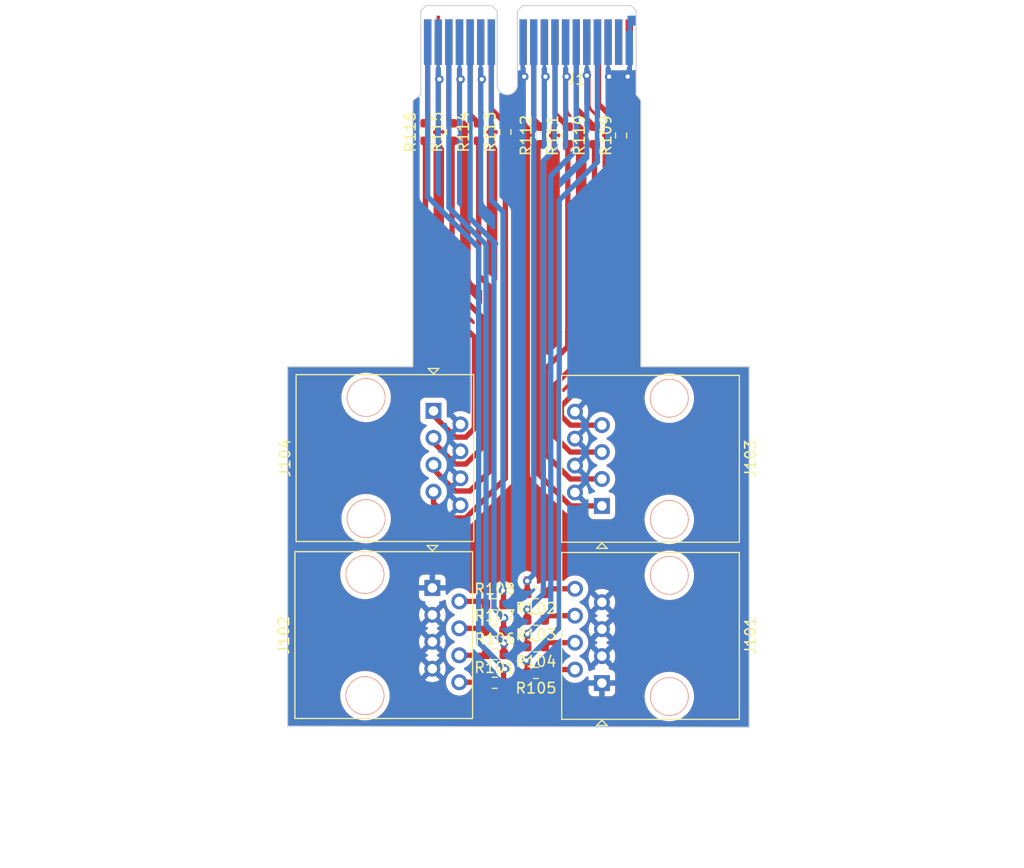
<source format=kicad_pcb>
(kicad_pcb (version 20240108) (generator "pcbnew") (generator_version "8.0")
  (layers (0 "F.Cu" signal) (1 "In1.Cu" signal) (2 "In2.Cu" signal) (31 "B.Cu" signal) (34 "B.Paste" user) (35 "F.Paste" user) (36 "B.SilkS" user "B.Silkscreen") (37 "F.SilkS" user "F.Silkscreen") (38 "B.Mask" user) (39 "F.Mask" user) (44 "Edge.Cuts" user))
  (net 0 "")
  (net 1 "Net-(J101-Pad2)")
  (net 2 "Net-(J101-Pad4)")
  (net 3 "Net-(J101-Pad8)")
  (net 4 "Net-(J101-Pad6)")
  (net 5 "Net-(J102-Pad8)")
  (net 6 "Net-(J102-Pad6)")
  (net 7 "Net-(J102-Pad2)")
  (net 8 "Net-(J102-Pad4)")
  (net 9 "GND")
  (net 12 "/a.DATA_0")
  (net 13 "/b.DATA_2")
  (net 14 "/a.DATA_2")
  (net 15 "/b.DATA_3")
  (net 16 "/a.DATA_1")
  (net 17 "/a.DATA_3")
  (net 18 "/b.DATA_1")
  (net 19 "/b.DATA_0")
  (net 20 "/c.DATA_3")
  (net 21 "/d.DATA_3")
  (net 22 "/d.DATA_2")
  (net 23 "/c.DATA_2")
  (net 24 "/c.DATA_0")
  (net 25 "/c.DATA_1")
  (net 26 "/d.DATA_1")
  (net 27 "/d.DATA_0")
  (net 28 "Net-(J1-RSVD)")
  (net 29 "Net-(J1-3.3Vaux)")
  (net 30 "Net-(J1-+3.3V-PadB8)")
  (net 31 "Net-(J1-PETp0)")
  (net 32 "Net-(J1-GND-PadB18)")
  (net 33 "Net-(J1-GND-PadB16)")
  (net 34 "Net-(J1-SMDAT)")
  (net 35 "Net-(J1-GND-PadB4)")
  (footprint "Resistor_SMD:R_0603_1608Metric" (layer "F.Cu") (at 111.605 126.4775 180)
    (property "Reference" "R105" (at 0 -1.43 360) (layer "F.SilkS"))
    (property "Value" "120")
    (fp_line (start -0.237258 0.5225) (end 0.237258 0.5225) (stroke (width 0.12)) (layer "F.SilkS"))
    (fp_line (start -0.237258 -0.5225) (end 0.237258 -0.5225) (stroke (width 0.12)) (layer "F.SilkS"))
    (pad "1" smd roundrect (at -0.825 0 180) (size 0.8 0.95) (layers "F.Cu" "F.Paste" "F.Mask") (net 1 "Net-(J101-Pad2)"))
    (pad "2" smd roundrect (at 0.825 0 180) (size 0.8 0.95) (layers "F.Cu" "F.Paste" "F.Mask") (net 15 "/b.DATA_3"))
  )
  (footprint "Resistor_SMD:R_0603_1608Metric" (layer "F.Cu") (at 117.12 75.8 90)
    (property "Reference" "R110" (at 0 -1.43 90) (layer "F.SilkS"))
    (property "Value" "120")
    (fp_line (start -0.237258 -0.5225) (end 0.237258 -0.5225) (stroke (width 0.12)) (layer "F.SilkS"))
    (fp_line (start -0.237258 0.5225) (end 0.237258 0.5225) (stroke (width 0.12)) (layer "F.SilkS"))
    (pad "1" smd roundrect (at -0.825 0 90) (size 0.8 0.95) (layers "F.Cu" "F.Paste" "F.Mask") (net 25 "/c.DATA_1"))
    (pad "2" smd roundrect (at 0.825 0 90) (size 0.8 0.95) (layers "F.Cu" "F.Paste" "F.Mask") (net 34 "Net-(J1-SMDAT)"))
  )
  (footprint "Connector_RJ:RJ45_OST_PJ012-8P8CX_Vertical" (layer "F.Cu") (at 101.84 118.46 -90)
    (property "Reference" "J102" (at 4.45 14 90) (layer "F.SilkS"))
    (property "Value" "RJHSE-5380")
    (fp_line (start 12.31 12.95) (end -3.42 12.95) (stroke (width 0.12)) (layer "F.SilkS"))
    (fp_line (start -4 0.5) (end -3.5 0) (stroke (width 0.12)) (layer "F.SilkS"))
    (fp_line (start -3.5 0) (end -4 -0.5) (stroke (width 0.12)) (layer "F.SilkS"))
    (fp_line (start -4 -0.5) (end -4 0.5) (stroke (width 0.12)) (layer "F.SilkS"))
    (fp_line (start -3.42 -3.79) (end -3.42 12.95) (stroke (width 0.12)) (layer "F.SilkS"))
    (fp_line (start 12.3 -3.79) (end -3.42 -3.79) (stroke (width 0.12)) (layer "F.SilkS"))
    (fp_line (start 12.31 -3.79) (end 12.31 12.95) (stroke (width 0.12)) (layer "F.SilkS"))
    (pad "" np_thru_hole circle (at -1.27 6.35 270) (size 3.65 3.65) (drill 3.45) (layers "*.Cu" "*.SilkS" "*.Mask"))
    (pad "" np_thru_hole circle (at 10.16 6.35 270) (size 3.65 3.65) (drill 3.45) (layers "*.Cu" "*.SilkS" "*.Mask"))
    (pad "1" thru_hole rect (at 0 0 270) (size 1.5 1.5) (drill 0.9) (layers "*.Cu" "*.Mask") (net 9 "GND"))
    (pad "2" thru_hole circle (at 1.27 -2.54 270) (size 1.5 1.5) (drill 0.9) (layers "*.Cu" "*.Mask") (net 7 "Net-(J102-Pad2)"))
    (pad "3" thru_hole circle (at 2.54 0 270) (size 1.5 1.5) (drill 0.9) (layers "*.Cu" "*.Mask") (net 9 "GND"))
    (pad "4" thru_hole circle (at 3.81 -2.54 270) (size 1.5 1.5) (drill 0.9) (layers "*.Cu" "*.Mask") (net 8 "Net-(J102-Pad4)"))
    (pad "5" thru_hole circle (at 5.08 0 270) (size 1.5 1.5) (drill 0.9) (layers "*.Cu" "*.Mask") (net 9 "GND"))
    (pad "6" thru_hole circle (at 6.35 -2.54 270) (size 1.5 1.5) (drill 0.9) (layers "*.Cu" "*.Mask") (net 6 "Net-(J102-Pad6)"))
    (pad "7" thru_hole circle (at 7.62 0 270) (size 1.5 1.5) (drill 0.9) (layers "*.Cu" "*.Mask") (net 9 "GND"))
    (pad "8" thru_hole circle (at 8.89 -2.54 270) (size 1.5 1.5) (drill 0.9) (layers "*.Cu" "*.Mask") (net 5 "Net-(J102-Pad8)"))
  )
  (footprint "Resistor_SMD:R_0603_1608Metric" (layer "F.Cu") (at 111.605 118.9475 180)
    (property "Reference" "R102" (at 0 -1.43 360) (layer "F.SilkS"))
    (property "Value" "120")
    (fp_line (start -0.237258 0.5225) (end 0.237258 0.5225) (stroke (width 0.12)) (layer "F.SilkS"))
    (fp_line (start -0.237258 -0.5225) (end 0.237258 -0.5225) (stroke (width 0.12)) (layer "F.SilkS"))
    (pad "1" smd roundrect (at -0.825 0 180) (size 0.8 0.95) (layers "F.Cu" "F.Paste" "F.Mask") (net 3 "Net-(J101-Pad8)"))
    (pad "2" smd roundrect (at 0.825 0 180) (size 0.8 0.95) (layers "F.Cu" "F.Paste" "F.Mask") (net 19 "/b.DATA_0"))
  )
  (footprint "Resistor_SMD:R_0603_1608Metric" (layer "F.Cu") (at 106.21 75.475 90)
    (property "Reference" "R114" (at 0 -1.43 90) (layer "F.SilkS"))
    (property "Value" "120")
    (fp_line (start -0.237258 -0.5225) (end 0.237258 -0.5225) (stroke (width 0.12)) (layer "F.SilkS"))
    (fp_line (start -0.237258 0.5225) (end 0.237258 0.5225) (stroke (width 0.12)) (layer "F.SilkS"))
    (pad "1" smd roundrect (at -0.825 0 90) (size 0.8 0.95) (layers "F.Cu" "F.Paste" "F.Mask") (net 26 "/d.DATA_1"))
    (pad "2" smd roundrect (at 0.825 0 90) (size 0.8 0.95) (layers "F.Cu" "F.Paste" "F.Mask") (net 31 "Net-(J1-PETp0)"))
  )
  (footprint "Resistor_SMD:R_0603_1608Metric" (layer "F.Cu") (at 111.605 123.9675 180)
    (property "Reference" "R104" (at 0 -1.43 360) (layer "F.SilkS"))
    (property "Value" "120")
    (fp_line (start -0.237258 0.5225) (end 0.237258 0.5225) (stroke (width 0.12)) (layer "F.SilkS"))
    (fp_line (start -0.237258 -0.5225) (end 0.237258 -0.5225) (stroke (width 0.12)) (layer "F.SilkS"))
    (pad "1" smd roundrect (at -0.825 0 180) (size 0.8 0.95) (layers "F.Cu" "F.Paste" "F.Mask") (net 2 "Net-(J101-Pad4)"))
    (pad "2" smd roundrect (at 0.825 0 180) (size 0.8 0.95) (layers "F.Cu" "F.Paste" "F.Mask") (net 13 "/b.DATA_2"))
  )
  (footprint "Connector_RJ:RJ45_OST_PJ012-8P8CX_Vertical" (layer "F.Cu") (at 117.82 127.4275 90)
    (property "Reference" "J101" (at 4.45 14 90) (layer "F.SilkS"))
    (property "Value" "RJHSE-5380")
    (fp_line (start 12.31 -3.79) (end 12.31 12.95) (stroke (width 0.12)) (layer "F.SilkS"))
    (fp_line (start 12.3 -3.79) (end -3.42 -3.79) (stroke (width 0.12)) (layer "F.SilkS"))
    (fp_line (start -3.42 -3.79) (end -3.42 12.95) (stroke (width 0.12)) (layer "F.SilkS"))
    (fp_line (start -4 -0.5) (end -4 0.5) (stroke (width 0.12)) (layer "F.SilkS"))
    (fp_line (start -3.5 0) (end -4 -0.5) (stroke (width 0.12)) (layer "F.SilkS"))
    (fp_line (start -4 0.5) (end -3.5 0) (stroke (width 0.12)) (layer "F.SilkS"))
    (fp_line (start 12.31 12.95) (end -3.42 12.95) (stroke (width 0.12)) (layer "F.SilkS"))
    (pad "" np_thru_hole circle (at -1.27 6.35 90) (size 3.65 3.65) (drill 3.45) (layers "*.Cu" "*.SilkS" "*.Mask"))
    (pad "" np_thru_hole circle (at 10.16 6.35 90) (size 3.65 3.65) (drill 3.45) (layers "*.Cu" "*.SilkS" "*.Mask"))
    (pad "1" thru_hole rect (at 0 0 90) (size 1.5 1.5) (drill 0.9) (layers "*.Cu" "*.Mask") (net 9 "GND"))
    (pad "2" thru_hole circle (at 1.27 -2.54 90) (size 1.5 1.5) (drill 0.9) (layers "*.Cu" "*.Mask") (net 1 "Net-(J101-Pad2)"))
    (pad "3" thru_hole circle (at 2.54 0 90) (size 1.5 1.5) (drill 0.9) (layers "*.Cu" "*.Mask") (net 9 "GND"))
    (pad "4" thru_hole circle (at 3.81 -2.54 90) (size 1.5 1.5) (drill 0.9) (layers "*.Cu" "*.Mask") (net 2 "Net-(J101-Pad4)"))
    (pad "5" thru_hole circle (at 5.08 0 90) (size 1.5 1.5) (drill 0.9) (layers "*.Cu" "*.Mask") (net 9 "GND"))
    (pad "6" thru_hole circle (at 6.35 -2.54 90) (size 1.5 1.5) (drill 0.9) (layers "*.Cu" "*.Mask") (net 4 "Net-(J101-Pad6)"))
    (pad "7" thru_hole circle (at 7.62 0 90) (size 1.5 1.5) (drill 0.9) (layers "*.Cu" "*.Mask") (net 9 "GND"))
    (pad "8" thru_hole circle (at 8.89 -2.54 90) (size 1.5 1.5) (drill 0.9) (layers "*.Cu" "*.Mask") (net 3 "Net-(J101-Pad8)"))
  )
  (footprint "Resistor_SMD:R_0603_1608Metric" (layer "F.Cu") (at 114.61 75.8 90)
    (property "Reference" "R111" (at 0 -1.43 90) (layer "F.SilkS"))
    (property "Value" "120")
    (fp_line (start -0.237258 -0.5225) (end 0.237258 -0.5225) (stroke (width 0.12)) (layer "F.SilkS"))
    (fp_line (start -0.237258 0.5225) (end 0.237258 0.5225) (stroke (width 0.12)) (layer "F.SilkS"))
    (pad "1" smd roundrect (at -0.825 0 90) (size 0.8 0.95) (layers "F.Cu" "F.Paste" "F.Mask") (net 23 "/c.DATA_2"))
    (pad "2" smd roundrect (at 0.825 0 90) (size 0.8 0.95) (layers "F.Cu" "F.Paste" "F.Mask") (net 30 "Net-(J1-+3.3V-PadB8)"))
  )
  (footprint "Resistor_SMD:R_0603_1608Metric" (layer "F.Cu") (at 107.725 122.51)
    (property "Reference" "R107" (at 0 -1.43 360) (layer "F.SilkS"))
    (property "Value" "120")
    (fp_line (start -0.237258 -0.5225) (end 0.237258 -0.5225) (stroke (width 0.12)) (layer "F.SilkS"))
    (fp_line (start -0.237258 0.5225) (end 0.237258 0.5225) (stroke (width 0.12)) (layer "F.SilkS"))
    (pad "1" smd roundrect (at -0.825 0) (size 0.8 0.95) (layers "F.Cu" "F.Paste" "F.Mask") (net 8 "Net-(J102-Pad4)"))
    (pad "2" smd roundrect (at 0.825 0) (size 0.8 0.95) (layers "F.Cu" "F.Paste" "F.Mask") (net 14 "/a.DATA_2"))
  )
  (footprint "Resistor_SMD:R_0603_1608Metric" (layer "F.Cu") (at 107.75 124.7)
    (property "Reference" "R106" (at 0 -1.43 360) (layer "F.SilkS"))
    (property "Value" "120")
    (fp_line (start -0.237258 -0.5225) (end 0.237258 -0.5225) (stroke (width 0.12)) (layer "F.SilkS"))
    (fp_line (start -0.237258 0.5225) (end 0.237258 0.5225) (stroke (width 0.12)) (layer "F.SilkS"))
    (pad "1" smd roundrect (at -0.825 0) (size 0.8 0.95) (layers "F.Cu" "F.Paste" "F.Mask") (net 6 "Net-(J102-Pad6)"))
    (pad "2" smd roundrect (at 0.825 0) (size 0.8 0.95) (layers "F.Cu" "F.Paste" "F.Mask") (net 16 "/a.DATA_1"))
  )
  (footprint "Resistor_SMD:R_0603_1608Metric" (layer "F.Cu") (at 111.605 121.4575 180)
    (property "Reference" "R103" (at 0 -1.43 360) (layer "F.SilkS"))
    (property "Value" "120")
    (fp_line (start -0.237258 0.5225) (end 0.237258 0.5225) (stroke (width 0.12)) (layer "F.SilkS"))
    (fp_line (start -0.237258 -0.5225) (end 0.237258 -0.5225) (stroke (width 0.12)) (layer "F.SilkS"))
    (pad "1" smd roundrect (at -0.825 0 180) (size 0.8 0.95) (layers "F.Cu" "F.Paste" "F.Mask") (net 4 "Net-(J101-Pad6)"))
    (pad "2" smd roundrect (at 0.825 0 180) (size 0.8 0.95) (layers "F.Cu" "F.Paste" "F.Mask") (net 18 "/b.DATA_1"))
  )
  (footprint "Connector_RJ:RJ45_OST_PJ012-8P8CX_Vertical" (layer "F.Cu") (at 117.82 110.7275 90)
    (property "Reference" "J103" (at 4.45 14 90) (layer "F.SilkS"))
    (property "Value" "RJHSE-5380")
    (fp_line (start 12.31 -3.79) (end 12.31 12.95) (stroke (width 0.12)) (layer "F.SilkS"))
    (fp_line (start 12.3 -3.79) (end -3.42 -3.79) (stroke (width 0.12)) (layer "F.SilkS"))
    (fp_line (start -3.42 -3.79) (end -3.42 12.95) (stroke (width 0.12)) (layer "F.SilkS"))
    (fp_line (start -4 -0.5) (end -4 0.5) (stroke (width 0.12)) (layer "F.SilkS"))
    (fp_line (start -3.5 0) (end -4 -0.5) (stroke (width 0.12)) (layer "F.SilkS"))
    (fp_line (start -4 0.5) (end -3.5 0) (stroke (width 0.12)) (layer "F.SilkS"))
    (fp_line (start 12.31 12.95) (end -3.42 12.95) (stroke (width 0.12)) (layer "F.SilkS"))
    (pad "" np_thru_hole circle (at -1.27 6.35 90) (size 3.65 3.65) (drill 3.45) (layers "*.Cu" "*.SilkS" "*.Mask"))
    (pad "" np_thru_hole circle (at 10.16 6.35 90) (size 3.65 3.65) (drill 3.45) (layers "*.Cu" "*.SilkS" "*.Mask"))
    (pad "1" thru_hole rect (at 0 0 90) (size 1.5 1.5) (drill 0.9) (layers "*.Cu" "*.Mask") (net 20 "/c.DATA_3"))
    (pad "2" thru_hole circle (at 1.27 -2.54 90) (size 1.5 1.5) (drill 0.9) (layers "*.Cu" "*.Mask") (net 9 "GND"))
    (pad "3" thru_hole circle (at 2.54 0 90) (size 1.5 1.5) (drill 0.9) (layers "*.Cu" "*.Mask") (net 23 "/c.DATA_2"))
    (pad "4" thru_hole circle (at 3.81 -2.54 90) (size 1.5 1.5) (drill 0.9) (layers "*.Cu" "*.Mask") (net 9 "GND"))
    (pad "5" thru_hole circle (at 5.08 0 90) (size 1.5 1.5) (drill 0.9) (layers "*.Cu" "*.Mask") (net 25 "/c.DATA_1"))
    (pad "6" thru_hole circle (at 6.35 -2.54 90) (size 1.5 1.5) (drill 0.9) (layers "*.Cu" "*.Mask") (net 9 "GND"))
    (pad "7" thru_hole circle (at 7.62 0 90) (size 1.5 1.5) (drill 0.9) (layers "*.Cu" "*.Mask") (net 24 "/c.DATA_0"))
    (pad "8" thru_hole circle (at 8.89 -2.54 90) (size 1.5 1.5) (drill 0.9) (layers "*.Cu" "*.Mask") (net 9 "GND"))
  )
  (footprint "Resistor_SMD:R_0603_1608Metric" (layer "F.Cu") (at 101.19 75.475 90)
    (property "Reference" "R116" (at 0 -1.43 90) (layer "F.SilkS"))
    (property "Value" "120")
    (fp_line (start -0.237258 -0.5225) (end 0.237258 -0.5225) (stroke (width 0.12)) (layer "F.SilkS"))
    (fp_line (start -0.237258 0.5225) (end 0.237258 0.5225) (stroke (width 0.12)) (layer "F.SilkS"))
    (pad "1" smd roundrect (at -0.825 0 90) (size 0.8 0.95) (layers "F.Cu" "F.Paste" "F.Mask") (net 21 "/d.DATA_3"))
    (pad "2" smd roundrect (at 0.825 0 90) (size 0.8 0.95) (layers "F.Cu" "F.Paste" "F.Mask") (net 32 "Net-(J1-GND-PadB18)"))
  )
  (footprint "Resistor_SMD:R_0603_1608Metric" (layer "F.Cu") (at 112.1 75.8 90)
    (property "Reference" "R112" (at 0 -1.43 90) (layer "F.SilkS"))
    (property "Value" "120")
    (fp_line (start -0.237258 -0.5225) (end 0.237258 -0.5225) (stroke (width 0.12)) (layer "F.SilkS"))
    (fp_line (start -0.237258 0.5225) (end 0.237258 0.5225) (stroke (width 0.12)) (layer "F.SilkS"))
    (pad "1" smd roundrect (at -0.825 0 90) (size 0.8 0.95) (layers "F.Cu" "F.Paste" "F.Mask") (net 20 "/c.DATA_3"))
    (pad "2" smd roundrect (at 0.825 0 90) (size 0.8 0.95) (layers "F.Cu" "F.Paste" "F.Mask") (net 29 "Net-(J1-3.3Vaux)"))
  )
  (footprint "Resistor_SMD:R_0603_1608Metric" (layer "F.Cu") (at 108.72 75.475 90)
    (property "Reference" "R113" (at 0 -1.43 90) (layer "F.SilkS"))
    (property "Value" "120")
    (fp_line (start -0.237258 -0.5225) (end 0.237258 -0.5225) (stroke (width 0.12)) (layer "F.SilkS"))
    (fp_line (start -0.237258 0.5225) (end 0.237258 0.5225) (stroke (width 0.12)) (layer "F.SilkS"))
    (pad "1" smd roundrect (at -0.825 0 90) (size 0.8 0.95) (layers "F.Cu" "F.Paste" "F.Mask") (net 27 "/d.DATA_0"))
    (pad "2" smd roundrect (at 0.825 0 90) (size 0.8 0.95) (layers "F.Cu" "F.Paste" "F.Mask") (net 28 "Net-(J1-RSVD)"))
  )
  (footprint "Resistor_SMD:R_0603_1608Metric" (layer "F.Cu") (at 103.7 75.475 90)
    (property "Reference" "R115" (at 0 -1.43 90) (layer "F.SilkS"))
    (property "Value" "120")
    (fp_line (start -0.237258 -0.5225) (end 0.237258 -0.5225) (stroke (width 0.12)) (layer "F.SilkS"))
    (fp_line (start -0.237258 0.5225) (end 0.237258 0.5225) (stroke (width 0.12)) (layer "F.SilkS"))
    (pad "1" smd roundrect (at -0.825 0 90) (size 0.8 0.95) (layers "F.Cu" "F.Paste" "F.Mask") (net 22 "/d.DATA_2"))
    (pad "2" smd roundrect (at 0.825 0 90) (size 0.8 0.95) (layers "F.Cu" "F.Paste" "F.Mask") (net 33 "Net-(J1-GND-PadB16)"))
  )
  (footprint "Connector_PCBEdge:BUS_PCIexpress_x1" (layer "F.Cu") (at 120.4 67 180)
    (property "Reference" "J1" (at 5 -3.5 0) (layer "F.SilkS"))
    (property "Value" "Bus_PCI_Express_x1")
    (fp_line (start 19.65 2.95) (end 19.15 3.45) (stroke (width 0.1)) (layer "Edge.Cuts"))
    (fp_line (start 19.65 -4.95) (end 19.65 2.95) (stroke (width 0.1)) (layer "Edge.Cuts"))
    (fp_line (start 12.95 3.45) (end 19.15 3.45) (stroke (width 0.1)) (layer "Edge.Cuts"))
    (fp_line (start 12.45 2.95) (end 12.95 3.45) (stroke (width 0.1)) (layer "Edge.Cuts"))
    (fp_line (start 12.45 -4) (end 12.45 2.95) (stroke (width 0.1)) (layer "Edge.Cuts"))
    (fp_line (start 10.55 2.95) (end 10.05 3.45) (stroke (width 0.1)) (layer "Edge.Cuts"))
    (fp_line (start 10.55 -4) (end 10.55 2.95) (stroke (width 0.1)) (layer "Edge.Cuts"))
    (fp_line (start -0.15 3.45) (end 10.05 3.45) (stroke (width 0.1)) (layer "Edge.Cuts"))
    (fp_line (start -0.65 2.95) (end -0.15 3.45) (stroke (width 0.1)) (layer "Edge.Cuts"))
    (fp_line (start -0.65 -4.95) (end -0.65 2.95) (stroke (width 0.1)) (layer "Edge.Cuts"))
    (fp_arc (start 10.55 -4) (mid 11.5 -4.95) (end 12.45 -4) (stroke (width 0.1)) (layer "Edge.Cuts"))
    (pad "A1" connect rect (at 0 -0.55 180) (size 0.7 3.2) (layers "B.Cu" "B.Mask") (net 9 "GND"))
    (pad "A2" connect rect (at 1 0 180) (size 0.7 4.3) (layers "B.Cu" "B.Mask"))
    (pad "A3" connect rect (at 2 0 180) (size 0.7 4.3) (layers "B.Cu" "B.Mask") (net 9 "GND"))
    (pad "A4" connect rect (at 3 0 180) (size 0.7 4.3) (layers "B.Cu" "B.Mask") (net 15 "/b.DATA_3"))
    (pad "A5" connect rect (at 4 0 180) (size 0.7 4.3) (layers "B.Cu" "B.Mask") (net 9 "GND"))
    (pad "A6" connect rect (at 5 0 180) (size 0.7 4.3) (layers "B.Cu" "B.Mask") (net 13 "/b.DATA_2"))
    (pad "A7" connect rect (at 6 0 180) (size 0.7 4.3) (layers "B.Cu" "B.Mask") (net 9 "GND"))
    (pad "A8" connect rect (at 7 0 180) (size 0.7 4.3) (layers "B.Cu" "B.Mask") (net 18 "/b.DATA_1"))
    (pad "A9" connect rect (at 8 0 180) (size 0.7 4.3) (layers "B.Cu" "B.Mask") (net 9 "GND"))
    (pad "A10" connect rect (at 9 0 180) (size 0.7 4.3) (layers "B.Cu" "B.Mask") (net 19 "/b.DATA_0"))
    (pad "A11" connect rect (at 10 0 180) (size 0.7 4.3) (layers "B.Cu" "B.Mask") (net 9 "GND"))
    (pad "A12" connect rect (at 13 0 180) (size 0.7 4.3) (layers "B.Cu" "B.Mask") (net 17 "/a.DATA_3"))
    (pad "A13" connect rect (at 14 0 180) (size 0.7 4.3) (layers "B.Cu" "B.Mask") (net 9 "GND"))
    (pad "A14" connect rect (at 15 0 180) (size 0.7 4.3) (layers "B.Cu" "B.Mask") (net 14 "/a.DATA_2"))
    (pad "A15" connect rect (at 16 0 180) (size 0.7 4.3) (layers "B.Cu" "B.Mask") (net 9 "GND"))
    (pad "A16" connect rect (at 17 0 180) (size 0.7 4.3) (layers "B.Cu" "B.Mask") (net 16 "/a.DATA_1"))
    (pad "A17" connect rect (at 18 0 180) (size 0.7 4.3) (layers "B.Cu" "B.Mask") (net 9 "GND"))
    (pad "A18" connect rect (at 19 0 180) (size 0.7 4.3) (layers "B.Cu" "B.Mask") (net 12 "/a.DATA_0"))
    (pad "B1" connect rect (at 0 0 180) (size 0.7 4.3) (layers "F.Cu" "F.Mask") (net 9 "GND"))
    (pad "B2" connect rect (at 1 0 180) (size 0.7 4.3) (layers "F.Cu" "F.Mask"))
    (pad "B3" connect rect (at 2 0 180) (size 0.7 4.3) (layers "F.Cu" "F.Mask") (net 9 "GND"))
    (pad "B4" connect rect (at 3 0 180) (size 0.7 4.3) (layers "F.Cu" "F.Mask") (net 35 "Net-(J1-GND-PadB4)"))
    (pad "B5" connect rect (at 4 0 180) (size 0.7 4.3) (layers "F.Cu" "F.Mask") (net 9 "GND"))
    (pad "B6" connect rect (at 5 0 180) (size 0.7 4.3) (layers "F.Cu" "F.Mask") (net 34 "Net-(J1-SMDAT)"))
    (pad "B7" connect rect (at 6 0 180) (size 0.7 4.3) (layers "F.Cu" "F.Mask") (net 9 "GND"))
    (pad "B8" connect rect (at 7 0 180) (size 0.7 4.3) (layers "F.Cu" "F.Mask") (net 30 "Net-(J1-+3.3V-PadB8)"))
    (pad "B9" connect rect (at 8 0 180) (size 0.7 4.3) (layers "F.Cu" "F.Mask") (net 9 "GND"))
    (pad "B10" connect rect (at 9 0 180) (size 0.7 4.3) (layers "F.Cu" "F.Mask") (net 29 "Net-(J1-3.3Vaux)"))
    (pad "B11" connect rect (at 10 0 180) (size 0.7 4.3) (layers "F.Cu" "F.Mask") (net 9 "GND"))
    (pad "B12" connect rect (at 13 0 180) (size 0.7 4.3) (layers "F.Cu" "F.Mask") (net 28 "Net-(J1-RSVD)"))
    (pad "B13" connect rect (at 14 0 180) (size 0.7 4.3) (layers "F.Cu" "F.Mask") (net 9 "GND"))
    (pad "B14" connect rect (at 15 0 180) (size 0.7 4.3) (layers "F.Cu" "F.Mask") (net 31 "Net-(J1-PETp0)"))
    (pad "B15" connect rect (at 16 0 180) (size 0.7 4.3) (layers "F.Cu" "F.Mask") (net 9 "GND"))
    (pad "B16" connect rect (at 17 0 180) (size 0.7 4.3) (layers "F.Cu" "F.Mask") (net 33 "Net-(J1-GND-PadB16)"))
    (pad "B17" connect rect (at 18 -0.55 180) (size 0.7 3.2) (layers "F.Cu" "F.Mask") (net 9 "GND"))
    (pad "B18" connect rect (at 19 0 180) (size 0.7 4.3) (layers "F.Cu" "F.Mask") (net 32 "Net-(J1-GND-PadB18)"))
  )
  (footprint "Resistor_SMD:R_0603_1608Metric" (layer "F.Cu") (at 107.725 127.4)
    (property "Reference" "R101" (at 0 -1.43 360) (layer "F.SilkS"))
    (property "Value" "120")
    (fp_line (start -0.237258 -0.5225) (end 0.237258 -0.5225) (stroke (width 0.12)) (layer "F.SilkS"))
    (fp_line (start -0.237258 0.5225) (end 0.237258 0.5225) (stroke (width 0.12)) (layer "F.SilkS"))
    (pad "1" smd roundrect (at -0.825 0) (size 0.8 0.95) (layers "F.Cu" "F.Paste" "F.Mask") (net 5 "Net-(J102-Pad8)"))
    (pad "2" smd roundrect (at 0.825 0) (size 0.8 0.95) (layers "F.Cu" "F.Paste" "F.Mask") (net 12 "/a.DATA_0"))
  )
  (footprint "Resistor_SMD:R_0603_1608Metric" (layer "F.Cu") (at 119.63 75.8 90)
    (property "Reference" "R109" (at 0 -1.43 90) (layer "F.SilkS"))
    (property "Value" "120")
    (fp_line (start -0.237258 -0.5225) (end 0.237258 -0.5225) (stroke (width 0.12)) (layer "F.SilkS"))
    (fp_line (start -0.237258 0.5225) (end 0.237258 0.5225) (stroke (width 0.12)) (layer "F.SilkS"))
    (pad "1" smd roundrect (at -0.825 0 90) (size 0.8 0.95) (layers "F.Cu" "F.Paste" "F.Mask") (net 24 "/c.DATA_0"))
    (pad "2" smd roundrect (at 0.825 0 90) (size 0.8 0.95) (layers "F.Cu" "F.Paste" "F.Mask") (net 35 "Net-(J1-GND-PadB4)"))
  )
  (footprint "Resistor_SMD:R_0603_1608Metric" (layer "F.Cu") (at 107.725 120)
    (property "Reference" "R108" (at 0 -1.43 360) (layer "F.SilkS"))
    (property "Value" "120")
    (fp_line (start -0.237258 -0.5225) (end 0.237258 -0.5225) (stroke (width 0.12)) (layer "F.SilkS"))
    (fp_line (start -0.237258 0.5225) (end 0.237258 0.5225) (stroke (width 0.12)) (layer "F.SilkS"))
    (pad "1" smd roundrect (at -0.825 0) (size 0.8 0.95) (layers "F.Cu" "F.Paste" "F.Mask") (net 7 "Net-(J102-Pad2)"))
    (pad "2" smd roundrect (at 0.825 0) (size 0.8 0.95) (layers "F.Cu" "F.Paste" "F.Mask") (net 17 "/a.DATA_3"))
  )
  (footprint "Connector_RJ:RJ45_OST_PJ012-8P8CX_Vertical" (layer "F.Cu") (at 101.95 101.77 -90)
    (property "Reference" "J104" (at 4.45 14 90) (layer "F.SilkS"))
    (property "Value" "RJHSE-5380")
    (fp_line (start 12.31 12.95) (end -3.42 12.95) (stroke (width 0.12)) (layer "F.SilkS"))
    (fp_line (start -4 0.5) (end -3.5 0) (stroke (width 0.12)) (layer "F.SilkS"))
    (fp_line (start -3.5 0) (end -4 -0.5) (stroke (width 0.12)) (layer "F.SilkS"))
    (fp_line (start -4 -0.5) (end -4 0.5) (stroke (width 0.12)) (layer "F.SilkS"))
    (fp_line (start -3.42 -3.79) (end -3.42 12.95) (stroke (width 0.12)) (layer "F.SilkS"))
    (fp_line (start 12.3 -3.79) (end -3.42 -3.79) (stroke (width 0.12)) (layer "F.SilkS"))
    (fp_line (start 12.31 -3.79) (end 12.31 12.95) (stroke (width 0.12)) (layer "F.SilkS"))
    (pad "" np_thru_hole circle (at -1.27 6.35 270) (size 3.65 3.65) (drill 3.45) (layers "*.Cu" "*.SilkS" "*.Mask"))
    (pad "" np_thru_hole circle (at 10.16 6.35 270) (size 3.65 3.65) (drill 3.45) (layers "*.Cu" "*.SilkS" "*.Mask"))
    (pad "1" thru_hole rect (at 0 0 270) (size 1.5 1.5) (drill 0.9) (layers "*.Cu" "*.Mask") (net 21 "/d.DATA_3"))
    (pad "2" thru_hole circle (at 1.27 -2.54 270) (size 1.5 1.5) (drill 0.9) (layers "*.Cu" "*.Mask") (net 9 "GND"))
    (pad "3" thru_hole circle (at 2.54 0 270) (size 1.5 1.5) (drill 0.9) (layers "*.Cu" "*.Mask") (net 22 "/d.DATA_2"))
    (pad "4" thru_hole circle (at 3.81 -2.54 270) (size 1.5 1.5) (drill 0.9) (layers "*.Cu" "*.Mask") (net 9 "GND"))
    (pad "5" thru_hole circle (at 5.08 0 270) (size 1.5 1.5) (drill 0.9) (layers "*.Cu" "*.Mask") (net 26 "/d.DATA_1"))
    (pad "6" thru_hole circle (at 6.35 -2.54 270) (size 1.5 1.5) (drill 0.9) (layers "*.Cu" "*.Mask") (net 9 "GND"))
    (pad "7" thru_hole circle (at 7.62 0 270) (size 1.5 1.5) (drill 0.9) (layers "*.Cu" "*.Mask") (net 27 "/d.DATA_0"))
    (pad "8" thru_hole circle (at 8.89 -2.54 270) (size 1.5 1.5) (drill 0.9) (layers "*.Cu" "*.Mask") (net 9 "GND"))
  )
  (gr_line (start 100.75 71.95) (end 100 72.5) (stroke (width 0.1)) (layer "Edge.Cuts"))
  (gr_line (start 121.5 97.6) (end 131.7 97.6) (stroke (width 0.1)) (layer "Edge.Cuts"))
  (gr_line (start 121.5 72.5) (end 121.05 71.95) (stroke (width 0.1)) (layer "Edge.Cuts"))
  (gr_line (start 100 97.6) (end 100 72.5) (stroke (width 0.1)) (layer "Edge.Cuts"))
  (gr_line (start 88.2 97.6) (end 100 97.6) (stroke (width 0.1)) (layer "Edge.Cuts"))
  (gr_line (start 131.7 131.6) (end 88.2 131.5) (stroke (width 0.1)) (layer "Edge.Cuts"))
  (gr_line (start 121.5 72.5) (end 121.5 97.6) (stroke (width 0.1)) (layer "Edge.Cuts"))
  (gr_line (start 131.7 97.6) (end 131.7 131.6) (stroke (width 0.1)) (layer "Edge.Cuts"))
  (gr_line (start 88.2 131.5) (end 88.2 97.6) (stroke (width 0.1)) (layer "Edge.Cuts"))
  (segment (start 112.75 126.1575) (end 112.43 126.4775) (width 0.5) (layer "F.Cu") (net 1))
  (segment (start 115.28 126.1575) (end 112.75 126.1575) (width 0.5) (layer "F.Cu") (net 1))
  (segment (start 112.78 123.6175) (end 112.43 123.9675) (width 0.5) (layer "F.Cu") (net 2))
  (segment (start 115.28 123.6175) (end 112.78 123.6175) (width 0.5) (layer "F.Cu") (net 2))
  (segment (start 112.84 118.5375) (end 112.43 118.9475) (width 0.5) (layer "F.Cu") (net 3))
  (segment (start 115.28 118.5375) (end 112.84 118.5375) (width 0.5) (layer "F.Cu") (net 3))
  (segment (start 115.28 121.0775) (end 112.81 121.0775) (width 0.5) (layer "F.Cu") (net 4))
  (segment (start 112.81 121.0775) (end 112.43 121.4575) (width 0.5) (layer "F.Cu") (net 4))
  (segment (start 106.85 127.35) (end 106.9 127.4) (width 0.5) (layer "F.Cu") (net 5))
  (segment (start 104.38 127.35) (end 106.85 127.35) (width 0.5) (layer "F.Cu") (net 5))
  (segment (start 104.38 124.81) (end 106.815 124.81) (width 0.5) (layer "F.Cu") (net 6))
  (segment (start 106.815 124.81) (end 106.925 124.7) (width 0.5) (layer "F.Cu") (net 6))
  (segment (start 106.63 119.73) (end 106.9 120) (width 0.5) (layer "F.Cu") (net 7))
  (segment (start 104.38 119.73) (end 106.63 119.73) (width 0.5) (layer "F.Cu") (net 7))
  (segment (start 106.66 122.27) (end 106.9 122.51) (width 0.5) (layer "F.Cu") (net 8))
  (segment (start 104.38 122.27) (end 106.66 122.27) (width 0.5) (layer "F.Cu") (net 8))
  (via (at 102.5 70.5) (size 0.8) (drill 0.4) (layers "F.Cu" "B.Cu") (net 9))
  (via (at 110.5 70.25) (size 0.8) (drill 0.4) (layers "F.Cu" "B.Cu") (net 9))
  (via (at 106.5 70.5) (size 0.8) (drill 0.4) (layers "F.Cu" "B.Cu") (net 9))
  (via (at 116.4 70.15) (size 0.8) (drill 0.4) (layers "F.Cu" "B.Cu") (net 9))
  (via (at 112.5 70.25) (size 0.8) (drill 0.4) (layers "F.Cu" "B.Cu") (net 9))
  (via (at 118.5 70.25) (size 0.8) (drill 0.4) (layers "F.Cu" "B.Cu") (net 9))
  (via (at 104.5 70.5) (size 0.8) (drill 0.4) (layers "F.Cu" "B.Cu") (net 9))
  (via (at 114.5 70.25) (size 0.8) (drill 0.4) (layers "F.Cu" "B.Cu") (net 9))
  (via (at 120.25 70.25) (size 0.8) (drill 0.4) (layers "F.Cu" "B.Cu") (net 9))
  (segment (start 108.55 127.4) (end 108.55 126.05) (width 0.5) (layer "F.Cu") (net 12))
  (segment (start 108.55 126.05) (end 108.5 126.1) (width 0.5) (layer "F.Cu") (net 12))
  (segment (start 108.7 126.1) (end 108.7 125.9) (width 0.5) (layer "F.Cu") (net 12))
  (segment (start 108.7 125.9) (end 108.7 125.9) (width 0.5) (layer "F.Cu") (net 12))
  (segment (start 108.5 126.1) (end 108.7 126.1) (width 0.5) (layer "F.Cu") (net 12))
  (via (at 108.7 126.1) (size 0.8) (drill 0.4) (layers "F.Cu" "B.Cu") (net 12))
  (segment (start 106.2 123.6) (end 106.2 86.3799) (width 0.5) (layer "B.Cu") (net 12))
  (segment (start 108.7 126.1) (end 106.2 123.6) (width 0.5) (layer "B.Cu") (net 12))
  (segment (start 106.2 86.3799) (end 101.4 81.5799) (width 0.5) (layer "B.Cu") (net 12))
  (segment (start 101.4 81.5799) (end 101.4 67) (width 0.5) (layer "B.Cu") (net 12))
  (segment (start 110.78 123.9675) (end 110.8 122.8) (width 0.5) (layer "F.Cu") (net 13))
  (segment (start 110.8 122.8) (end 110.78 122.82) (width 0.5) (layer "F.Cu") (net 13))
  (via (at 110.8 122.8) (size 0.8) (drill 0.4) (layers "F.Cu" "B.Cu") (net 13))
  (segment (start 113 79.6) (end 115.4 77.2) (width 0.5) (layer "B.Cu") (net 13))
  (segment (start 115.4 77.2) (end 115.4 67) (width 0.5) (layer "B.Cu") (net 13))
  (segment (start 113 120.6) (end 113 79.6) (width 0.5) (layer "B.Cu") (net 13))
  (segment (start 110.8 122.8) (end 113 120.6) (width 0.5) (layer "B.Cu") (net 13))
  (segment (start 108.55 122.51) (end 108.55 121.35) (width 0.5) (layer "F.Cu") (net 14))
  (segment (start 108.55 121.35) (end 108.6 121.3) (width 0.5) (layer "F.Cu") (net 14))
  (via (at 108.6 121.3) (size 0.8) (drill 0.4) (layers "F.Cu" "B.Cu") (net 14))
  (segment (start 107.65 86.15) (end 107.8 86) (width 0.5) (layer "B.Cu") (net 14))
  (segment (start 108.6 121.3) (end 107.65 120.35) (width 0.5) (layer "B.Cu") (net 14))
  (segment (start 107.65 120.35) (end 107.65 86.15) (width 0.5) (layer "B.Cu") (net 14))
  (segment (start 107.8 86) (end 105.4 83.6) (width 0.5) (layer "B.Cu") (net 14))
  (segment (start 105.4 83.6) (end 105.4 67) (width 0.5) (layer "B.Cu") (net 14))
  (segment (start 110.78 125.38) (end 110.7 125.3) (width 0.5) (layer "F.Cu") (net 15))
  (segment (start 110.78 126.4775) (end 110.78 125.38) (width 0.5) (layer "F.Cu") (net 15))
  (via (at 110.7 125.3) (size 0.8) (drill 0.4) (layers "F.Cu" "B.Cu") (net 15))
  (segment (start 117.4 78.3) (end 117.4 67) (width 0.5) (layer "B.Cu") (net 15))
  (segment (start 113.8 122.2) (end 113.8 81.9) (width 0.5) (layer "B.Cu") (net 15))
  (segment (start 110.7 125.3) (end 113.8 122.2) (width 0.5) (layer "B.Cu") (net 15))
  (segment (start 113.8 81.9) (end 117.4 78.3) (width 0.5) (layer "B.Cu") (net 15))
  (segment (start 108.575 124.7) (end 108.575 123.725) (width 0.5) (layer "F.Cu") (net 16))
  (segment (start 108.575 123.725) (end 108.6 123.7) (width 0.5) (layer "F.Cu") (net 16))
  (via (at 108.6 123.7) (size 0.8) (drill 0.4) (layers "F.Cu" "B.Cu") (net 16))
  (segment (start 106.9 122) (end 106.9 86.08995) (width 0.5) (layer "B.Cu") (net 16))
  (segment (start 108.6 123.7) (end 106.9 122) (width 0.5) (layer "B.Cu") (net 16))
  (segment (start 103.4 82.58995) (end 103.4 67) (width 0.5) (layer "B.Cu") (net 16))
  (segment (start 106.9 86.08995) (end 103.4 82.58995) (width 0.5) (layer "B.Cu") (net 16))
  (segment (start 108.55 118.75) (end 108.5 118.7) (width 0.5) (layer "F.Cu") (net 17))
  (segment (start 108.55 120) (end 108.55 118.75) (width 0.5) (layer "F.Cu") (net 17))
  (via (at 108.5 118.7) (size 0.8) (drill 0.4) (layers "F.Cu" "B.Cu") (net 17))
  (segment (start 108.5 118.7) (end 108.5 83) (width 0.5) (layer "B.Cu") (net 17))
  (segment (start 108.5 83) (end 107.4 81.9) (width 0.5) (layer "B.Cu") (net 17))
  (segment (start 107.4 81.9) (end 107.4 67) (width 0.5) (layer "B.Cu") (net 17))
  (segment (start 110.78 121.4575) (end 110.78 120.52) (width 0.5) (layer "F.Cu") (net 18))
  (segment (start 110.78 120.52) (end 110.8 120.5) (width 0.5) (layer "F.Cu") (net 18))
  (via (at 110.8 120.5) (size 0.8) (drill 0.4) (layers "F.Cu" "B.Cu") (net 18))
  (segment (start 110.8 120.5) (end 112.3 119) (width 0.5) (layer "B.Cu") (net 18))
  (segment (start 113.4 77.1) (end 113.4 67) (width 0.5) (layer "B.Cu") (net 18))
  (segment (start 112.3 119) (end 112.3 78.2) (width 0.5) (layer "B.Cu") (net 18))
  (segment (start 112.3 78.2) (end 113.4 77.1) (width 0.5) (layer "B.Cu") (net 18))
  (segment (start 110.78 117.68) (end 110.7 117.6) (width 0.5) (layer "F.Cu") (net 19))
  (segment (start 110.78 117.8) (end 110.78 117.68) (width 0.5) (layer "F.Cu") (net 19))
  (segment (start 110.78 118.9475) (end 110.78 117.8) (width 0.5) (layer "F.Cu") (net 19))
  (via (at 110.78 117.8) (size 0.8) (drill 0.4) (layers "F.Cu" "B.Cu") (net 19))
  (segment (start 110.78 117.8) (end 111.4 117.18) (width 0.5) (layer "B.Cu") (net 19))
  (segment (start 111.4 117.18) (end 111.4 67) (width 0.5) (layer "B.Cu") (net 19))
  (segment (start 114.852943 110.7275) (end 111.8 107.674557) (width 0.5) (layer "F.Cu") (net 20))
  (segment (start 111.8 107.674557) (end 111.8 76.925) (width 0.5) (layer "F.Cu") (net 20))
  (segment (start 111.8 76.925) (end 112.1 76.625) (width 0.5) (layer "F.Cu") (net 20))
  (segment (start 117.82 110.7275) (end 114.852943 110.7275) (width 0.5) (layer "F.Cu") (net 20))
  (segment (start 103.992943 104.24) (end 104.987057 104.24) (width 0.5) (layer "F.Cu") (net 21))
  (segment (start 105.8 94.8) (end 101.19 90.19) (width 0.5) (layer "F.Cu") (net 21))
  (segment (start 101.95 101.77) (end 101.95 102.197057) (width 0.5) (layer "F.Cu") (net 21))
  (segment (start 101.19 90.19) (end 101.19 76.3) (width 0.5) (layer "F.Cu") (net 21))
  (segment (start 101.95 102.197057) (end 103.992943 104.24) (width 0.5) (layer "F.Cu") (net 21))
  (segment (start 105.8 103.427057) (end 105.8 94.8) (width 0.5) (layer "F.Cu") (net 21))
  (segment (start 104.987057 104.24) (end 105.8 103.427057) (width 0.5) (layer "F.Cu") (net 21))
  (segment (start 101.95 104.31) (end 101.95 104.737057) (width 0.5) (layer "F.Cu") (net 22))
  (segment (start 106.6 105.167057) (end 106.6 93) (width 0.5) (layer "F.Cu") (net 22))
  (segment (start 103.992943 106.78) (end 104.987057 106.78) (width 0.5) (layer "F.Cu") (net 22))
  (segment (start 101.95 104.737057) (end 103.992943 106.78) (width 0.5) (layer "F.Cu") (net 22))
  (segment (start 104.987057 106.78) (end 106.6 105.167057) (width 0.5) (layer "F.Cu") (net 22))
  (segment (start 106.6 93) (end 103.7 90.1) (width 0.5) (layer "F.Cu") (net 22))
  (segment (start 103.7 90.1) (end 103.7 76.3) (width 0.5) (layer "F.Cu") (net 22))
  (segment (start 114.6 94.32) (end 114.61 94.31) (width 0.5) (layer "F.Cu") (net 23))
  (segment (start 114.6 95.7) (end 114.6 94.32) (width 0.5) (layer "F.Cu") (net 23))
  (segment (start 117.82 108.1875) (end 114.852943 108.1875) (width 0.5) (layer "F.Cu") (net 23))
  (segment (start 114.852943 108.1875) (end 112.5 105.834557) (width 0.5) (layer "F.Cu") (net 23))
  (segment (start 114.61 94.31) (end 114.61 76.625) (width 0.5) (layer "F.Cu") (net 23))
  (segment (start 112.5 97.8) (end 114.6 95.7) (width 0.5) (layer "F.Cu") (net 23))
  (segment (start 112.5 105.834557) (end 112.5 97.8) (width 0.5) (layer "F.Cu") (net 23))
  (segment (start 114.852943 103.1075) (end 114 102.254557) (width 0.5) (layer "F.Cu") (net 24))
  (segment (start 114 102.254557) (end 114 101.3) (width 0.5) (layer "F.Cu") (net 24))
  (segment (start 119.63 95.67) (end 119.63 76.625) (width 0.5) (layer "F.Cu") (net 24))
  (segment (start 114 101.3) (end 119.63 95.67) (width 0.5) (layer "F.Cu") (net 24))
  (segment (start 117.82 103.1075) (end 114.852943 103.1075) (width 0.5) (layer "F.Cu") (net 24))
  (segment (start 117.1 95.6) (end 117.1 94.9) (width 0.5) (layer "F.Cu") (net 25))
  (segment (start 117.82 105.6475) (end 114.852943 105.6475) (width 0.5) (layer "F.Cu") (net 25))
  (segment (start 117.1 94.9) (end 117.12 94.88) (width 0.5) (layer "F.Cu") (net 25))
  (segment (start 117.12 94.88) (end 117.12 76.625) (width 0.5) (layer "F.Cu") (net 25))
  (segment (start 113.3 99.4) (end 117.1 95.6) (width 0.5) (layer "F.Cu") (net 25))
  (segment (start 114.852943 105.6475) (end 113.3 104.094557) (width 0.5) (layer "F.Cu") (net 25))
  (segment (start 113.3 104.094557) (end 113.3 99.4) (width 0.5) (layer "F.Cu") (net 25))
  (segment (start 107.2 107.5) (end 107.2 105.9) (width 0.5) (layer "F.Cu") (net 26))
  (segment (start 105.38 109.32) (end 107.2 107.5) (width 0.5) (layer "F.Cu") (net 26))
  (segment (start 103.992943 109.32) (end 105.38 109.32) (width 0.5) (layer "F.Cu") (net 26))
  (segment (start 107.2 105.9) (end 107.3 105.8) (width 0.5) (layer "F.Cu") (net 26))
  (segment (start 106.21 89.19) (end 106.21 76.3) (width 0.5) (layer "F.Cu") (net 26))
  (segment (start 107.3 90.1) (end 106.39 89.19) (width 0.5) (layer "F.Cu") (net 26))
  (segment (start 107.3 105.8) (end 107.3 90.1) (width 0.5) (layer "F.Cu") (net 26))
  (segment (start 106.39 89.19) (end 106.21 89.19) (width 0.5) (layer "F.Cu") (net 26))
  (segment (start 101.95 106.85) (end 101.95 107.277057) (width 0.5) (layer "F.Cu") (net 26))
  (segment (start 101.95 107.277057) (end 103.992943 109.32) (width 0.5) (layer "F.Cu") (net 26))
  (segment (start 104.987057 111.86) (end 108.72 108.127057) (width 0.5) (layer "F.Cu") (net 27))
  (segment (start 108.72 108.127057) (end 108.72 76.3) (width 0.5) (layer "F.Cu") (net 27))
  (segment (start 101.95 110.45066) (end 103.35934 111.86) (width 0.5) (layer "F.Cu") (net 27))
  (segment (start 101.95 109.39) (end 101.95 110.45066) (width 0.5) (layer "F.Cu") (net 27))
  (segment (start 103.35934 111.86) (end 104.987057 111.86) (width 0.5) (layer "F.Cu") (net 27))
  (segment (start 107.4 73.33) (end 108.72 74.65) (width 0.5) (layer "F.Cu") (net 28))
  (segment (start 107.4 67) (end 107.4 73.33) (width 0.5) (layer "F.Cu") (net 28))
  (segment (start 111.4 74.275) (end 112.1 74.975) (width 0.5) (layer "F.Cu") (net 29))
  (segment (start 111.4 67) (end 111.4 74.275) (width 0.5) (layer "F.Cu") (net 29))
  (segment (start 113.4 67) (end 113.4 73.765) (width 0.5) (layer "F.Cu") (net 30))
  (segment (start 113.4 73.765) (end 114.61 74.975) (width 0.5) (layer "F.Cu") (net 30))
  (segment (start 105.4 73.84) (end 106.21 74.65) (width 0.5) (layer "F.Cu") (net 31))
  (segment (start 105.4 67) (end 105.4 73.84) (width 0.5) (layer "F.Cu") (net 31))
  (segment (start 101.19 74.65) (end 101.4 74.44) (width 0.5) (layer "F.Cu") (net 32))
  (segment (start 101.4 74.44) (end 101.4 67) (width 0.5) (layer "F.Cu") (net 32))
  (segment (start 103.4 74.35) (end 103.4 67) (width 0.5) (layer "F.Cu") (net 33))
  (segment (start 103.7 74.65) (end 103.4 74.35) (width 0.5) (layer "F.Cu") (net 33))
  (segment (start 115.4 73.255) (end 117.12 74.975) (width 0.5) (layer "F.Cu") (net 34))
  (segment (start 115.4 67) (end 115.4 73.255) (width 0.5) (layer "F.Cu") (net 34))
  (segment (start 117.5 72.845) (end 119.63 74.975) (width 0.5) (layer "F.Cu") (net 35))
  (segment (start 117.5 67.1) (end 117.5 72.845) (width 0.5) (layer "F.Cu") (net 35))
  (segment (start 117.4 67) (end 117.5 67.1) (width 0.5) (layer "F.Cu") (net 35))
  (zone (net 9) (net_name "GND") (layers "F.Cu" "In1.Cu" "In2.Cu" "B.Cu") (connect_pads (clearance 0.508)) (min_thickness 0.254) (fill yes (thermal_gap 0.508) (thermal_bridge_width 0.508) (island_removal_mode 2) (island_area_min 10))
    (polygon (pts (xy 157.6 144.9) (xy 61.1 142.2) (xy 99.5 64.5) (xy 122.5 64.5)))
  )
)
</source>
